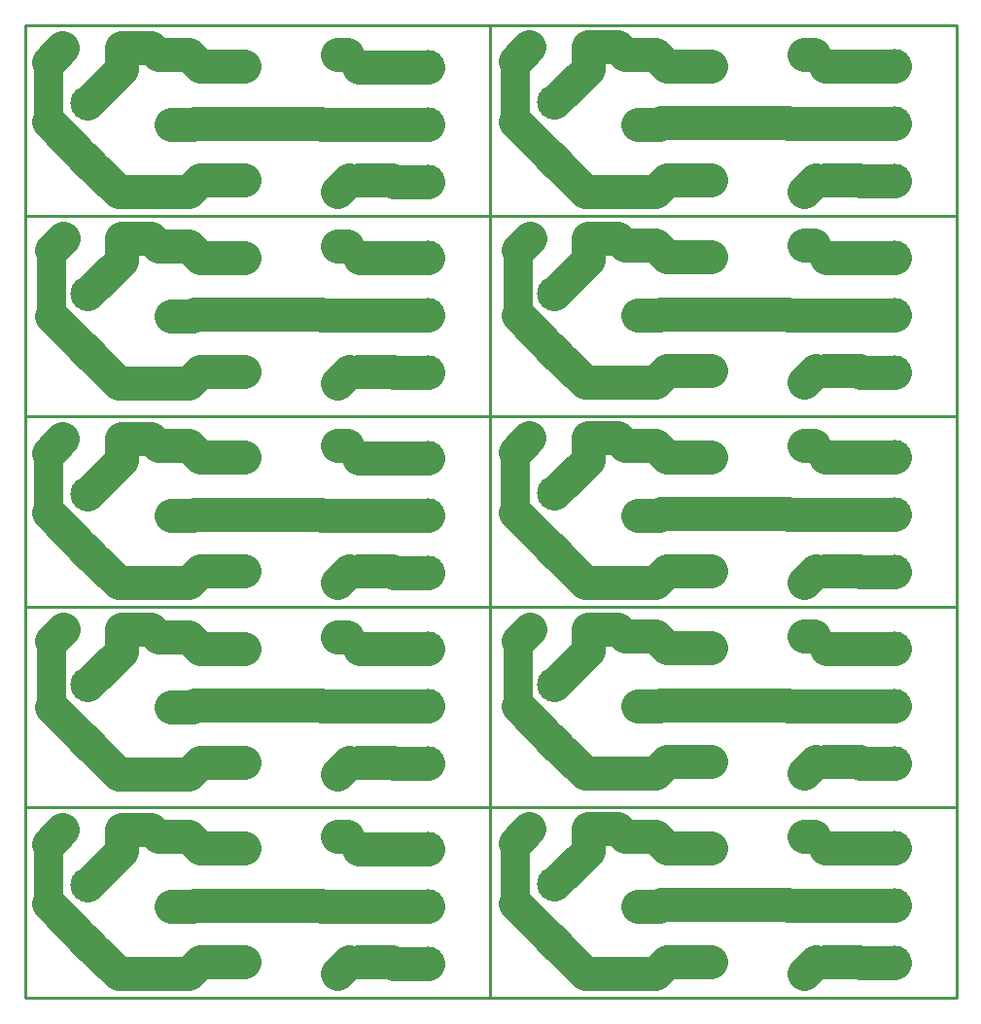
<source format=gbl>
G04 Layer_Physical_Order=2*
G04 Layer_Color=16711680*
%FSLAX43Y43*%
%MOMM*%
G71*
G01*
G75*
%ADD10C,0.254*%
%ADD11C,0.500*%
%ADD12C,3.000*%
%ADD13C,1.000*%
%ADD14C,2.500*%
%ADD15C,3.000*%
%ADD16C,2.300*%
%ADD17P,2.490X8X292.5*%
%ADD18C,2.000*%
%ADD19P,3.247X8X112.5*%
%ADD20R,2.000X2.000*%
D10*
X40640Y68246D02*
Y84883D01*
X81280Y68246D02*
Y84883D01*
X127D02*
X40640D01*
X127Y68199D02*
Y84883D01*
X40640D02*
X81280D01*
X40640Y34210D02*
Y68246D01*
X81280Y34210D02*
Y68246D01*
X127D02*
X81280D01*
X127Y34210D02*
Y68246D01*
Y50847D02*
X40640D01*
X81280D01*
X127Y174D02*
X81280D01*
X40640D02*
Y34210D01*
X81280Y174D02*
Y34210D01*
X127D02*
X81280D01*
X127Y174D02*
Y34210D01*
Y16811D02*
X40640D01*
X81280D01*
D11*
X68834Y82343D02*
X69850Y81327D01*
X69015Y71427D02*
X69850D01*
X66548Y76377D02*
X66631Y76294D01*
X55372Y76247D02*
X55502Y76377D01*
X72746Y71427D02*
X72879Y71294D01*
X51740Y82978D02*
X52375Y82343D01*
X11100Y82931D02*
X11735Y82296D01*
X32106Y71380D02*
X32239Y71247D01*
X14732Y76200D02*
X14862Y76330D01*
X25908D02*
X25991Y76247D01*
X28375Y71380D02*
X29210D01*
X28194Y82296D02*
X29210Y81280D01*
X68834Y48307D02*
X69850Y47291D01*
X69015Y37391D02*
X69850D01*
X66548Y42341D02*
X66631Y42258D01*
X55372Y42211D02*
X55502Y42341D01*
X72746Y37391D02*
X72879Y37258D01*
X51740Y48942D02*
X52375Y48307D01*
X51763Y66341D02*
X52398Y65706D01*
X72769Y54790D02*
X72902Y54657D01*
X55395Y59610D02*
X55525Y59740D01*
X66571D02*
X66654Y59657D01*
X69038Y54790D02*
X69873D01*
X68857Y65706D02*
X69873Y64690D01*
X28217Y65659D02*
X29233Y64643D01*
X28398Y54743D02*
X29233D01*
X25931Y59693D02*
X26014Y59610D01*
X14755Y59563D02*
X14885Y59693D01*
X32129Y54743D02*
X32262Y54610D01*
X11123Y66294D02*
X11758Y65659D01*
X11100Y48895D02*
X11735Y48260D01*
X32106Y37344D02*
X32239Y37211D01*
X14732Y42164D02*
X14862Y42294D01*
X25908D02*
X25991Y42211D01*
X28375Y37344D02*
X29210D01*
X28194Y48260D02*
X29210Y47244D01*
X68834Y14271D02*
X69850Y13255D01*
X69015Y3355D02*
X69850D01*
X66548Y8305D02*
X66631Y8222D01*
X55372Y8175D02*
X55502Y8305D01*
X72746Y3355D02*
X72879Y3222D01*
X51740Y14906D02*
X52375Y14271D01*
X51763Y32305D02*
X52398Y31670D01*
X72769Y20754D02*
X72902Y20621D01*
X55395Y25574D02*
X55525Y25704D01*
X66571D02*
X66654Y25621D01*
X69038Y20754D02*
X69873D01*
X68857Y31670D02*
X69873Y30654D01*
X28217Y31623D02*
X29233Y30607D01*
X28398Y20707D02*
X29233D01*
X25931Y25657D02*
X26014Y25574D01*
X14755Y25527D02*
X14885Y25657D01*
X32129Y20707D02*
X32262Y20574D01*
X11123Y32258D02*
X11758Y31623D01*
X11100Y14859D02*
X11735Y14224D01*
X32106Y3308D02*
X32239Y3175D01*
X14732Y8128D02*
X14862Y8258D01*
X25908D02*
X25991Y8175D01*
X28375Y3308D02*
X29210D01*
X28194Y14224D02*
X29210Y13208D01*
D12*
X67993Y82343D02*
X68834D01*
X69883Y81294D02*
X75819D01*
X67993Y70405D02*
X69015Y71427D01*
X49149Y81073D02*
Y82978D01*
X46228Y78152D02*
X49149Y81073D01*
X56007Y81327D02*
X59850D01*
X54991Y82343D02*
X56007Y81327D01*
X66631Y76294D02*
X75819D01*
X57400Y76377D02*
X66548D01*
X55502D02*
X57400D01*
X53515Y76247D02*
X55372D01*
X72879Y71294D02*
X75819D01*
X69850Y71427D02*
X72746D01*
X52375Y82343D02*
X54991D01*
X49149Y82978D02*
X51740D01*
X54991Y70405D02*
X56013Y71427D01*
X59850D01*
X42799Y81731D02*
X44046Y82978D01*
X46228Y73072D02*
X48895Y70405D01*
X54991D01*
X42799Y76501D02*
X46228Y73072D01*
X2159Y76454D02*
X5588Y73025D01*
X8255Y70358D02*
X14351D01*
X5588Y73025D02*
X8255Y70358D01*
X2159Y81684D02*
X3406Y82931D01*
X15373Y71380D02*
X19210D01*
X14351Y70358D02*
X15373Y71380D01*
X8509Y82931D02*
X11100D01*
X11735Y82296D02*
X14351D01*
X29210Y71380D02*
X32106D01*
X32239Y71247D02*
X35179D01*
X12875Y76200D02*
X14732D01*
X14862Y76330D02*
X16760D01*
X25908D01*
X25991Y76247D02*
X35179D01*
X14351Y82296D02*
X15367Y81280D01*
X19210D01*
X5588Y78105D02*
X8509Y81026D01*
Y82931D01*
X27353Y70358D02*
X28375Y71380D01*
X29243Y81247D02*
X35179D01*
X27353Y82296D02*
X28194D01*
X67993Y48307D02*
X68834D01*
X69883Y47258D02*
X75819D01*
X67993Y36369D02*
X69015Y37391D01*
X49149Y47037D02*
Y48942D01*
X46228Y44116D02*
X49149Y47037D01*
X56007Y47291D02*
X59850D01*
X54991Y48307D02*
X56007Y47291D01*
X66631Y42258D02*
X75819D01*
X57400Y42341D02*
X66548D01*
X55502D02*
X57400D01*
X53515Y42211D02*
X55372D01*
X72879Y37258D02*
X75819D01*
X69850Y37391D02*
X72746D01*
X52375Y48307D02*
X54991D01*
X49149Y48942D02*
X51740D01*
X54991Y36369D02*
X56013Y37391D01*
X59850D01*
X42799Y47695D02*
X44046Y48942D01*
X46228Y39036D02*
X48895Y36369D01*
X54991D01*
X42799Y42465D02*
X46228Y39036D01*
X48918Y53768D02*
X55014D01*
X46251Y56435D02*
X48918Y53768D01*
X56036Y54790D02*
X59873D01*
X55014Y53768D02*
X56036Y54790D01*
X49172Y66341D02*
X51763D01*
X52398Y65706D02*
X55014D01*
X69873Y54790D02*
X72769D01*
X72902Y54657D02*
X75842D01*
X53538Y59610D02*
X55395D01*
X55525Y59740D02*
X57423D01*
X66571D01*
X66654Y59657D02*
X75842D01*
X55014Y65706D02*
X56030Y64690D01*
X59873D01*
X46251Y61515D02*
X49172Y64436D01*
Y66341D01*
X68016Y53768D02*
X69038Y54790D01*
X69906Y64657D02*
X75842D01*
X68016Y65706D02*
X68857D01*
X43053Y59633D02*
X46251Y56435D01*
X43053Y65325D02*
X44069Y66341D01*
X2413Y65278D02*
X3429Y66294D01*
X2413Y59586D02*
X5611Y56388D01*
X27376Y65659D02*
X28217D01*
X29266Y64610D02*
X35202D01*
X27376Y53721D02*
X28398Y54743D01*
X8532Y64389D02*
Y66294D01*
X5611Y61468D02*
X8532Y64389D01*
X15390Y64643D02*
X19233D01*
X14374Y65659D02*
X15390Y64643D01*
X26014Y59610D02*
X35202D01*
X16783Y59693D02*
X25931D01*
X14885D02*
X16783D01*
X12898Y59563D02*
X14755D01*
X32262Y54610D02*
X35202D01*
X29233Y54743D02*
X32129D01*
X11758Y65659D02*
X14374D01*
X8532Y66294D02*
X11123D01*
X14374Y53721D02*
X15396Y54743D01*
X19233D01*
X5611Y56388D02*
X8278Y53721D01*
X14374D01*
X2159Y42418D02*
X5588Y38989D01*
X8255Y36322D02*
X14351D01*
X5588Y38989D02*
X8255Y36322D01*
X2159Y47648D02*
X3406Y48895D01*
X15373Y37344D02*
X19210D01*
X14351Y36322D02*
X15373Y37344D01*
X8509Y48895D02*
X11100D01*
X11735Y48260D02*
X14351D01*
X29210Y37344D02*
X32106D01*
X32239Y37211D02*
X35179D01*
X12875Y42164D02*
X14732D01*
X14862Y42294D02*
X16760D01*
X25908D01*
X25991Y42211D02*
X35179D01*
X14351Y48260D02*
X15367Y47244D01*
X19210D01*
X5588Y44069D02*
X8509Y46990D01*
Y48895D01*
X27353Y36322D02*
X28375Y37344D01*
X29243Y47211D02*
X35179D01*
X27353Y48260D02*
X28194D01*
X67993Y14271D02*
X68834D01*
X69883Y13222D02*
X75819D01*
X67993Y2333D02*
X69015Y3355D01*
X49149Y13001D02*
Y14906D01*
X46228Y10080D02*
X49149Y13001D01*
X56007Y13255D02*
X59850D01*
X54991Y14271D02*
X56007Y13255D01*
X66631Y8222D02*
X75819D01*
X57400Y8305D02*
X66548D01*
X55502D02*
X57400D01*
X53515Y8175D02*
X55372D01*
X72879Y3222D02*
X75819D01*
X69850Y3355D02*
X72746D01*
X52375Y14271D02*
X54991D01*
X49149Y14906D02*
X51740D01*
X54991Y2333D02*
X56013Y3355D01*
X59850D01*
X42799Y13659D02*
X44046Y14906D01*
X46228Y5000D02*
X48895Y2333D01*
X54991D01*
X42799Y8429D02*
X46228Y5000D01*
X48918Y19732D02*
X55014D01*
X46251Y22399D02*
X48918Y19732D01*
X56036Y20754D02*
X59873D01*
X55014Y19732D02*
X56036Y20754D01*
X49172Y32305D02*
X51763D01*
X52398Y31670D02*
X55014D01*
X69873Y20754D02*
X72769D01*
X72902Y20621D02*
X75842D01*
X53538Y25574D02*
X55395D01*
X55525Y25704D02*
X57423D01*
X66571D01*
X66654Y25621D02*
X75842D01*
X55014Y31670D02*
X56030Y30654D01*
X59873D01*
X46251Y27479D02*
X49172Y30400D01*
Y32305D01*
X68016Y19732D02*
X69038Y20754D01*
X69906Y30621D02*
X75842D01*
X68016Y31670D02*
X68857D01*
X43053Y25597D02*
X46251Y22399D01*
X43053Y31289D02*
X44069Y32305D01*
X2413Y31242D02*
X3429Y32258D01*
X2413Y25550D02*
X5611Y22352D01*
X27376Y31623D02*
X28217D01*
X29266Y30574D02*
X35202D01*
X27376Y19685D02*
X28398Y20707D01*
X8532Y30353D02*
Y32258D01*
X5611Y27432D02*
X8532Y30353D01*
X15390Y30607D02*
X19233D01*
X14374Y31623D02*
X15390Y30607D01*
X26014Y25574D02*
X35202D01*
X16783Y25657D02*
X25931D01*
X14885D02*
X16783D01*
X12898Y25527D02*
X14755D01*
X32262Y20574D02*
X35202D01*
X29233Y20707D02*
X32129D01*
X11758Y31623D02*
X14374D01*
X8532Y32258D02*
X11123D01*
X14374Y19685D02*
X15396Y20707D01*
X19233D01*
X5611Y22352D02*
X8278Y19685D01*
X14374D01*
X2159Y8382D02*
X5588Y4953D01*
X8255Y2286D02*
X14351D01*
X5588Y4953D02*
X8255Y2286D01*
X2159Y13612D02*
X3406Y14859D01*
X15373Y3308D02*
X19210D01*
X14351Y2286D02*
X15373Y3308D01*
X8509Y14859D02*
X11100D01*
X11735Y14224D02*
X14351D01*
X29210Y3308D02*
X32106D01*
X32239Y3175D02*
X35179D01*
X12875Y8128D02*
X14732D01*
X14862Y8258D02*
X16760D01*
X25908D01*
X25991Y8175D02*
X35179D01*
X14351Y14224D02*
X15367Y13208D01*
X19210D01*
X5588Y10033D02*
X8509Y12954D01*
Y14859D01*
X27353Y2286D02*
X28375Y3308D01*
X29243Y13175D02*
X35179D01*
X27353Y14224D02*
X28194D01*
D13*
X69850Y81327D02*
X69883Y81294D01*
X29210Y81280D02*
X29243Y81247D01*
X69850Y47291D02*
X69883Y47258D01*
X69873Y64690D02*
X69906Y64657D01*
X29233Y64643D02*
X29266Y64610D01*
X29210Y47244D02*
X29243Y47211D01*
X69850Y13255D02*
X69883Y13222D01*
X69873Y30654D02*
X69906Y30621D01*
X29233Y30607D02*
X29266Y30574D01*
X29210Y13208D02*
X29243Y13175D01*
D14*
X42799Y76501D02*
Y81731D01*
X2159Y76454D02*
Y81684D01*
X42799Y42465D02*
Y47695D01*
X43053Y59633D02*
Y65325D01*
X2413Y59586D02*
Y65278D01*
X2159Y42418D02*
Y47648D01*
X42799Y8429D02*
Y13659D01*
X43053Y25597D02*
Y31289D01*
X2413Y25550D02*
Y31242D01*
X2159Y8382D02*
Y13612D01*
D15*
X75819Y76294D02*
D03*
Y71294D02*
D03*
Y81294D02*
D03*
X46228Y78152D02*
D03*
X5588Y78105D02*
D03*
X35179Y76247D02*
D03*
Y71247D02*
D03*
Y81247D02*
D03*
X75819Y42258D02*
D03*
Y37258D02*
D03*
Y47258D02*
D03*
X46228Y44116D02*
D03*
X46251Y61515D02*
D03*
X75842Y59657D02*
D03*
Y54657D02*
D03*
Y64657D02*
D03*
X35202Y59610D02*
D03*
Y54610D02*
D03*
Y64610D02*
D03*
X5611Y61468D02*
D03*
X5588Y44069D02*
D03*
X35179Y42211D02*
D03*
Y37211D02*
D03*
Y47211D02*
D03*
X75819Y8222D02*
D03*
Y3222D02*
D03*
Y13222D02*
D03*
X46228Y10080D02*
D03*
X46251Y27479D02*
D03*
X75842Y25621D02*
D03*
Y20621D02*
D03*
Y30621D02*
D03*
X35202Y25574D02*
D03*
Y20574D02*
D03*
Y30574D02*
D03*
X5611Y27432D02*
D03*
X5588Y10033D02*
D03*
X35179Y8175D02*
D03*
Y3175D02*
D03*
Y13175D02*
D03*
D16*
X69850Y81327D02*
D03*
Y71427D02*
D03*
X57400Y76377D02*
D03*
X29210Y81280D02*
D03*
Y71380D02*
D03*
X16760Y76330D02*
D03*
X69850Y47291D02*
D03*
Y37391D02*
D03*
X57400Y42341D02*
D03*
X69873Y64690D02*
D03*
Y54790D02*
D03*
X57423Y59740D02*
D03*
X29233Y64643D02*
D03*
Y54743D02*
D03*
X16783Y59693D02*
D03*
X29210Y47244D02*
D03*
Y37344D02*
D03*
X16760Y42294D02*
D03*
X69850Y13255D02*
D03*
Y3355D02*
D03*
X57400Y8305D02*
D03*
X69873Y30654D02*
D03*
Y20754D02*
D03*
X57423Y25704D02*
D03*
X29233Y30607D02*
D03*
Y20707D02*
D03*
X16783Y25657D02*
D03*
X29210Y13208D02*
D03*
Y3308D02*
D03*
X16760Y8258D02*
D03*
D17*
X59850Y81327D02*
D03*
Y71427D02*
D03*
X19210Y81280D02*
D03*
Y71380D02*
D03*
X59850Y47291D02*
D03*
Y37391D02*
D03*
X59873Y64690D02*
D03*
Y54790D02*
D03*
X19233Y64643D02*
D03*
Y54743D02*
D03*
X19210Y47244D02*
D03*
Y37344D02*
D03*
X59850Y13255D02*
D03*
Y3355D02*
D03*
X59873Y30654D02*
D03*
Y20754D02*
D03*
X19233Y30607D02*
D03*
Y20707D02*
D03*
X19210Y13208D02*
D03*
Y3308D02*
D03*
D18*
X67993Y70405D02*
D03*
X53515Y76247D02*
D03*
X67993Y82343D02*
D03*
X54991D02*
D03*
Y70405D02*
D03*
X44046Y82978D02*
D03*
X3406Y82931D02*
D03*
X27353Y70358D02*
D03*
X12875Y76200D02*
D03*
X27353Y82296D02*
D03*
X14351D02*
D03*
Y70358D02*
D03*
X67993Y36369D02*
D03*
X53515Y42211D02*
D03*
X67993Y48307D02*
D03*
X54991D02*
D03*
Y36369D02*
D03*
X44046Y48942D02*
D03*
X44069Y66341D02*
D03*
X68016Y53768D02*
D03*
X53538Y59610D02*
D03*
X68016Y65706D02*
D03*
X55014D02*
D03*
Y53768D02*
D03*
X27376Y53721D02*
D03*
X12898Y59563D02*
D03*
X27376Y65659D02*
D03*
X14374D02*
D03*
Y53721D02*
D03*
X3429Y66294D02*
D03*
X3406Y48895D02*
D03*
X27353Y36322D02*
D03*
X12875Y42164D02*
D03*
X27353Y48260D02*
D03*
X14351D02*
D03*
Y36322D02*
D03*
X67993Y2333D02*
D03*
X53515Y8175D02*
D03*
X67993Y14271D02*
D03*
X54991D02*
D03*
Y2333D02*
D03*
X44046Y14906D02*
D03*
X44069Y32305D02*
D03*
X68016Y19732D02*
D03*
X53538Y25574D02*
D03*
X68016Y31670D02*
D03*
X55014D02*
D03*
Y19732D02*
D03*
X27376Y19685D02*
D03*
X12898Y25527D02*
D03*
X27376Y31623D02*
D03*
X14374D02*
D03*
Y19685D02*
D03*
X3429Y32258D02*
D03*
X3406Y14859D02*
D03*
X27353Y2286D02*
D03*
X12875Y8128D02*
D03*
X27353Y14224D02*
D03*
X14351D02*
D03*
Y2286D02*
D03*
D19*
X46228Y73072D02*
D03*
X5588Y73025D02*
D03*
X46228Y39036D02*
D03*
X46251Y56435D02*
D03*
X5611Y56388D02*
D03*
X5588Y38989D02*
D03*
X46228Y5000D02*
D03*
X46251Y22399D02*
D03*
X5611Y22352D02*
D03*
X5588Y4953D02*
D03*
D20*
X49149Y82978D02*
D03*
X8509Y82931D02*
D03*
X49149Y48942D02*
D03*
X49172Y66341D02*
D03*
X8532Y66294D02*
D03*
X8509Y48895D02*
D03*
X49149Y14906D02*
D03*
X49172Y32305D02*
D03*
X8532Y32258D02*
D03*
X8509Y14859D02*
D03*
M02*

</source>
